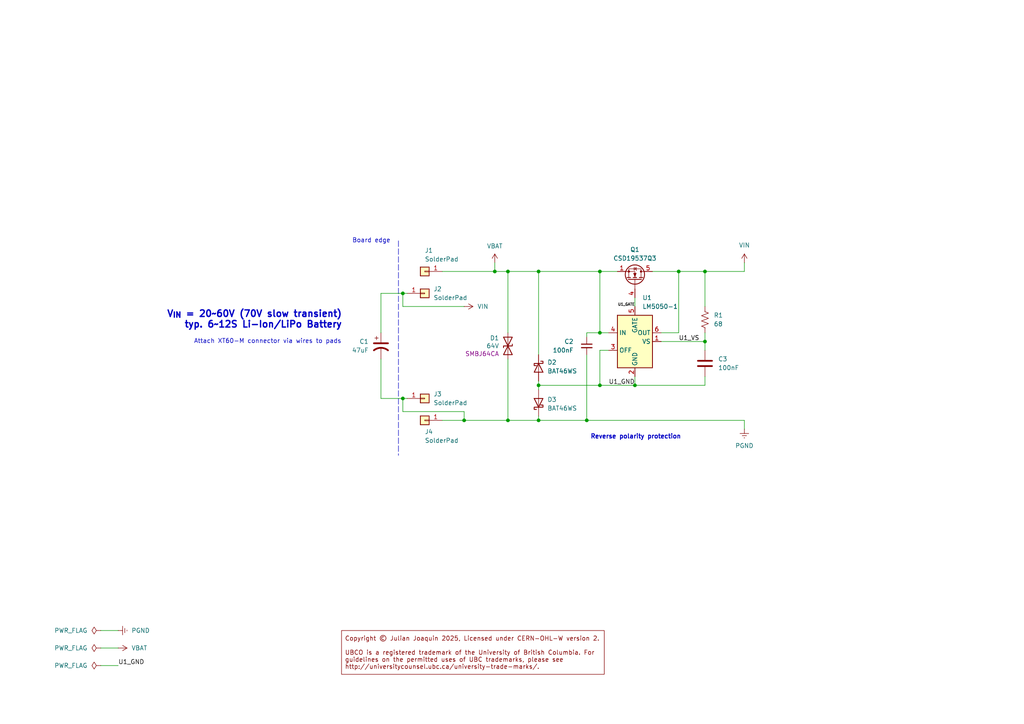
<source format=kicad_sch>
(kicad_sch (version 20250114) (generator "eeschema") (generator_version "9.0")
  (paper "A4")
  (title_block (title "Super Step Down V3") (date "2025-11-08") (rev "D") (company "UBCO Aerospace Club") (comment 1 "Author(s): Julian Joaquin") (comment 4 "A 12S battery eliminator circuit (BEC) for UAS applications."))
  (lib_symbols
    (symbol "Connector_Generic:Conn_01x01" (pin_names (offset 1.016) (hide yes))
      (property "Reference" "J" (at 0 2.54 0))
      (property "Value" "Conn_01x01" (at 0 -2.54 0))
      (symbol "Conn_01x01_1_1"
        (rectangle (start -1.27 1.27) (end 1.27 -1.27) (stroke (width 0.254)) (fill (type background)))
        (rectangle (start -1.27 0.127) (end 0 -0.127) (stroke (width 0.1524)))
        (pin passive line (at -5.08 0 0) (length 3.81) (name "Pin_1") (number "1"))
      )
    )
    (symbol "Device:C" (pin_numbers (hide yes)) (pin_names (offset 0.254))
      (property "Reference" "C" (at 0.635 2.54 0))
      (property "Value" "C" (at 0.635 -2.54 0))
      (symbol "C_0_1"
        (polyline (pts (xy -2.032 0.762) (xy 2.032 0.762)) (stroke (width 0.508)))
        (polyline (pts (xy -2.032 -0.762) (xy 2.032 -0.762)) (stroke (width 0.508)))
      )
      (symbol "C_1_1"
        (pin passive line (at 0 3.81 270) (length 2.794) (name "~") (number "1"))
        (pin passive line (at 0 -3.81 90) (length 2.794) (name "~") (number "2"))
      )
    )
    (symbol "Device:C_Polarized_US" (pin_numbers (hide yes)) (pin_names (offset 0.254) (hide yes))
      (property "Reference" "C" (at 0.635 2.54 0))
      (property "Value" "C_Polarized_US" (at 0.635 -2.54 0))
      (symbol "C_Polarized_US_0_1"
        (polyline (pts (xy -2.032 0.762) (xy 2.032 0.762)) (stroke (width 0.508)))
        (polyline (pts (xy -1.778 2.286) (xy -0.762 2.286)))
        (polyline (pts (xy -1.27 1.778) (xy -1.27 2.794)))
        (arc (start -2.032 -1.27) (mid 0 -0.5572) (end 2.032 -1.27) (stroke (width 0.508)))
      )
      (symbol "C_Polarized_US_1_1"
        (pin passive line (at 0 3.81 270) (length 2.794) (name "~") (number "1"))
        (pin passive line (at 0 -3.81 90) (length 3.302) (name "~") (number "2"))
      )
    )
    (symbol "Device:C_Small" (pin_numbers (hide yes)) (pin_names (offset 0.254) (hide yes))
      (property "Reference" "C" (at 0.254 1.778 0))
      (property "Value" "C_Small" (at 0.254 -2.032 0))
      (symbol "C_Small_0_1"
        (polyline (pts (xy -1.524 0.508) (xy 1.524 0.508)) (stroke (width 0.3048)))
        (polyline (pts (xy -1.524 -0.508) (xy 1.524 -0.508)) (stroke (width 0.3302)))
      )
      (symbol "C_Small_1_1"
        (pin passive line (at 0 2.54 270) (length 2.032) (name "~") (number "1"))
        (pin passive line (at 0 -2.54 90) (length 2.032) (name "~") (number "2"))
      )
    )
    (symbol "Device:D_Schottky" (pin_numbers (hide yes)) (pin_names (offset 1.016) (hide yes))
      (property "Reference" "D" (at 0 2.54 0))
      (property "Value" "D_Schottky" (at 0 -2.54 0))
      (symbol "D_Schottky_0_1"
        (polyline (pts (xy -1.905 0.635) (xy -1.905 1.27) (xy -1.27 1.27) (xy -1.27 -1.27) (xy -0.635 -1.27) (xy -0.635 -0.635)) (stroke (width 0.254)))
        (polyline (pts (xy 1.27 1.27) (xy 1.27 -1.27) (xy -1.27 0) (xy 1.27 1.27)) (stroke (width 0.254)))
        (polyline (pts (xy 1.27 0) (xy -1.27 0)))
      )
      (symbol "D_Schottky_1_1"
        (pin passive line (at -3.81 0 0) (length 2.54) (name "K") (number "1"))
        (pin passive line (at 3.81 0 180) (length 2.54) (name "A") (number "2"))
      )
    )
    (symbol "Device:D_TVS" (pin_numbers (hide yes)) (pin_names (offset 1.016) (hide yes))
      (property "Reference" "D" (at 0 2.54 0))
      (property "Value" "D_TVS" (at 0 -2.54 0))
      (symbol "D_TVS_0_1"
        (polyline (pts (xy -2.54 1.27) (xy -2.54 -1.27) (xy 2.54 1.27) (xy 2.54 -1.27) (xy -2.54 1.27)) (stroke (width 0.254)))
        (polyline (pts (xy 0.508 1.27) (xy 0 1.27) (xy 0 -1.27) (xy -0.508 -1.27)) (stroke (width 0.254)))
        (polyline (pts (xy 1.27 0) (xy -1.27 0)))
      )
      (symbol "D_TVS_1_1"
        (pin passive line (at -3.81 0 0) (length 2.54) (name "A1") (number "1"))
        (pin passive line (at 3.81 0 180) (length 2.54) (name "A2") (number "2"))
      )
    )
    (symbol "Device:R_US" (pin_numbers (hide yes)) (pin_names (offset 0))
      (property "Reference" "R" (at 2.54 0 90))
      (property "Value" "R_US" (at -2.54 0 90))
      (symbol "R_US_0_1"
        (polyline (pts (xy 0 2.286) (xy 0 2.54)))
        (polyline (pts (xy 0 2.286) (xy 1.016 1.905) (xy 0 1.524) (xy -1.016 1.143) (xy 0 0.762)))
        (polyline (pts (xy 0 0.762) (xy 1.016 0.381) (xy 0 0) (xy -1.016 -0.381) (xy 0 -0.762)))
        (polyline (pts (xy 0 -0.762) (xy 1.016 -1.143) (xy 0 -1.524) (xy -1.016 -1.905) (xy 0 -2.286)))
        (polyline (pts (xy 0 -2.286) (xy 0 -2.54)))
      )
      (symbol "R_US_1_1"
        (pin passive line (at 0 3.81 270) (length 1.27) (name "~") (number "1"))
        (pin passive line (at 0 -3.81 90) (length 1.27) (name "~") (number "2"))
      )
    )
    (symbol "Power_Management:LM5050-1"
      (property "Reference" "U" (at -5.08 8.89 0))
      (property "Value" "LM5050-1" (at 1.27 8.89 0))
      (symbol "LM5050-1_0_1"
        (rectangle (start -5.08 7.62) (end 5.08 -7.62) (stroke (width 0.254)) (fill (type background)))
      )
      (symbol "LM5050-1_1_1"
        (pin input line (at -7.62 2.54 0) (length 2.54) (name "IN") (number "4"))
        (pin input line (at -7.62 -2.54 0) (length 2.54) (name "OFF") (number "3"))
        (pin output line (at 0 10.16 270) (length 2.54) (name "GATE") (number "5"))
        (pin power_in line (at 0 -10.16 90) (length 2.54) (name "GND") (number "2"))
        (pin input line (at 7.62 2.54 180) (length 2.54) (name "OUT") (number "6"))
        (pin passive line (at 7.62 0 180) (length 2.54) (name "VS") (number "1"))
      )
    )
    (symbol "Transistor_FET:CSD19537Q3" (pin_names (hide yes))
      (property "Reference" "Q" (at 5.08 1.905 0))
      (property "Value" "CSD19537Q3" (at 5.08 0 0))
      (symbol "CSD19537Q3_0_1"
        (polyline (pts (xy 0.254 1.905) (xy 0.254 -1.905)) (stroke (width 0.254)))
        (polyline (pts (xy 0.254 0) (xy -2.54 0)))
        (polyline (pts (xy 0.762 2.286) (xy 0.762 1.27)) (stroke (width 0.254)))
        (polyline (pts (xy 0.762 0.508) (xy 0.762 -0.508)) (stroke (width 0.254)))
        (polyline (pts (xy 0.762 -1.27) (xy 0.762 -2.286)) (stroke (width 0.254)))
        (polyline (pts (xy 0.762 -1.778) (xy 3.302 -1.778) (xy 3.302 1.778) (xy 0.762 1.778)))
        (polyline (pts (xy 1.016 0) (xy 2.032 0.381) (xy 2.032 -0.381) (xy 1.016 0)) (fill (type outline)))
        (circle (center 1.651 0) (radius 2.794) (stroke (width 0.254)))
        (polyline (pts (xy 2.54 2.54) (xy 2.54 1.778)))
        (circle (center 2.54 1.778) (radius 0.254) (fill (type outline)))
        (circle (center 2.54 -1.778) (radius 0.254) (fill (type outline)))
        (polyline (pts (xy 2.54 -2.54) (xy 2.54 0) (xy 0.762 0)))
        (polyline (pts (xy 2.794 0.508) (xy 2.921 0.381) (xy 3.683 0.381) (xy 3.81 0.254)))
        (polyline (pts (xy 3.302 0.381) (xy 2.921 -0.254) (xy 3.683 -0.254) (xy 3.302 0.381)))
      )
      (symbol "CSD19537Q3_1_1"
        (pin passive line (at -5.08 0 0) (length 2.54) (name "G") (number "4"))
        (pin passive line (at 2.54 5.08 270) (length 2.54) (name "D") (number "5"))
        (pin passive line (at 2.54 -5.08 90) (length 2.54) (name "S") (number "1"))
        (pin passive line (at 2.54 -5.08 90) (length 2.54) (hide yes) (name "S") (number "2"))
        (pin passive line (at 2.54 -5.08 90) (length 2.54) (hide yes) (name "S") (number "3"))
      )
    )
    (symbol "power:Earth" (power) (pin_numbers (hide yes)) (pin_names (offset 0) (hide yes))
      (property "Value" "Earth" (at 0 -3.81 0))
      (symbol "Earth_0_1"
        (polyline (pts (xy -0.635 -1.905) (xy 0.635 -1.905)))
        (polyline (pts (xy -0.127 -2.54) (xy 0.127 -2.54)))
        (polyline (pts (xy 0 -1.27) (xy 0 0)))
        (polyline (pts (xy 1.27 -1.27) (xy -1.27 -1.27)))
      )
      (symbol "Earth_1_1"
        (pin power_in line (at 0 0 270) (length 0) (name "~") (number "1"))
      )
    )
    (symbol "power:PWR_FLAG" (power) (pin_numbers (hide yes)) (pin_names (offset 0) (hide yes))
      (property "Value" "PWR_FLAG" (at 0 3.81 0))
      (symbol "PWR_FLAG_0_0"
        (pin power_out line (at 0 0 90) (length 0) (name "~") (number "1"))
      )
      (symbol "PWR_FLAG_0_1"
        (polyline (pts (xy 0 0) (xy 0 1.27) (xy -1.016 1.905) (xy 0 2.54) (xy 1.016 1.905) (xy 0 1.27)))
      )
    )
    (symbol "power:VCC" (power) (pin_numbers (hide yes)) (pin_names (offset 0) (hide yes))
      (property "Value" "VCC" (at 0 3.556 0))
      (symbol "VCC_0_1"
        (polyline (pts (xy -0.762 1.27) (xy 0 2.54)))
        (polyline (pts (xy 0 2.54) (xy 0.762 1.27)))
        (polyline (pts (xy 0 0) (xy 0 2.54)))
      )
      (symbol "VCC_1_1"
        (pin power_in line (at 0 0 90) (length 0) (name "~") (number "1"))
      )
    )
    (symbol "power:VDD" (power) (pin_numbers (hide yes)) (pin_names (offset 0) (hide yes))
      (property "Value" "VDD" (at 0 3.556 0))
      (symbol "VDD_0_1"
        (polyline (pts (xy -0.762 1.27) (xy 0 2.54)))
        (polyline (pts (xy 0 2.54) (xy 0.762 1.27)))
        (polyline (pts (xy 0 0) (xy 0 2.54)))
      )
      (symbol "VDD_1_1"
        (pin power_in line (at 0 0 90) (length 0) (name "~") (number "1"))
      )
    )
    (symbol "power:VDDA" (power) (pin_numbers (hide yes)) (pin_names (offset 0) (hide yes))
      (property "Value" "VDDA" (at 0 3.556 0))
      (symbol "VDDA_0_1"
        (polyline (pts (xy -0.762 1.27) (xy 0 2.54)))
        (polyline (pts (xy 0 2.54) (xy 0.762 1.27)))
        (polyline (pts (xy 0 0) (xy 0 2.54)))
      )
      (symbol "VDDA_1_1"
        (pin power_in line (at 0 0 90) (length 0) (name "~") (number "1"))
      )
    )
  )
  (text "Reverse polarity protection" (at 184.404 126.746 0) (effects (font (size 1.27 1.27) (thickness 0.254) (bold yes))))
  (text "Board edge" (at 113.284 69.85 0) (effects (font (size 1.27 1.27)) (justify right)))
  (text "V_{IN} = 20~60V (70V slow transient)\ntyp. 6~12S Li-Ion/LiPo Battery" (at 99.314 92.71 0) (effects (font (size 1.905 1.905) (thickness 0.381) (bold yes)) (justify right)))
  (text "Attach XT60-M connector via wires to pads" (at 99.06 99.06 0) (effects (font (size 1.27 1.27)) (justify right)))
  (text_box "Copyright © Julian Joaquin 2025, Licensed under CERN-OHL-W version 2.\n\nUBCO is a registered trademark of the University of British Columbia. For guidelines on the permitted uses of UBC trademarks, please see http://universitycounsel.ubc.ca/university-trade-marks/." (at 99.06 182.88 0) (size 76.2 12.7) (margins 0.9525 0.9525 0.9525 0.9525) (stroke (width 0) (color 132 0 0 1)) (effects (font (size 1.27 1.27)) (justify left)))
  (junction (at 173.99 78.74))
  (junction (at 184.15 111.76))
  (junction (at 134.62 121.92))
  (junction (at 156.21 121.92))
  (junction (at 116.84 85.09))
  (junction (at 147.32 78.74))
  (junction (at 196.85 78.74))
  (junction (at 173.99 111.76))
  (junction (at 156.21 111.76))
  (junction (at 204.47 78.74))
  (junction (at 143.51 78.74))
  (junction (at 116.84 115.57))
  (junction (at 170.18 121.92))
  (junction (at 173.99 96.52))
  (junction (at 147.32 121.92))
  (junction (at 204.47 99.06))
  (junction (at 156.21 78.74))
  (polyline (pts (xy 115.57 69.85) (xy 115.57 132.08)) (stroke (width 0) (type dash)))
  (wire (pts (xy 116.84 119.38) (xy 134.62 119.38)))
  (wire (pts (xy 110.49 115.57) (xy 116.84 115.57)))
  (wire (pts (xy 204.47 109.22) (xy 204.47 111.76)))
  (wire (pts (xy 147.32 104.14) (xy 147.32 121.92)))
  (wire (pts (xy 134.62 121.92) (xy 128.27 121.92)))
  (wire (pts (xy 29.21 193.04) (xy 34.29 193.04)))
  (wire (pts (xy 116.84 115.57) (xy 118.11 115.57)))
  (wire (pts (xy 156.21 78.74) (xy 173.99 78.74)))
  (wire (pts (xy 176.53 101.6) (xy 173.99 101.6)))
  (wire (pts (xy 184.15 109.22) (xy 184.15 111.76)))
  (wire (pts (xy 29.21 182.88) (xy 34.29 182.88)))
  (wire (pts (xy 215.9 121.92) (xy 215.9 124.46)))
  (wire (pts (xy 134.62 119.38) (xy 134.62 121.92)))
  (wire (pts (xy 147.32 78.74) (xy 156.21 78.74)))
  (wire (pts (xy 147.32 78.74) (xy 147.32 96.52)))
  (wire (pts (xy 156.21 111.76) (xy 173.99 111.76)))
  (wire (pts (xy 173.99 101.6) (xy 173.99 111.76)))
  (wire (pts (xy 173.99 78.74) (xy 179.07 78.74)))
  (wire (pts (xy 184.15 111.76) (xy 204.47 111.76)))
  (wire (pts (xy 128.27 78.74) (xy 143.51 78.74)))
  (wire (pts (xy 110.49 104.14) (xy 110.49 115.57)))
  (wire (pts (xy 116.84 85.09) (xy 116.84 88.9)))
  (wire (pts (xy 156.21 120.65) (xy 156.21 121.92)))
  (wire (pts (xy 170.18 96.52) (xy 170.18 97.79)))
  (wire (pts (xy 184.15 111.76) (xy 173.99 111.76)))
  (wire (pts (xy 29.21 187.96) (xy 34.29 187.96)))
  (wire (pts (xy 189.23 78.74) (xy 196.85 78.74)))
  (wire (pts (xy 134.62 121.92) (xy 147.32 121.92)))
  (wire (pts (xy 110.49 85.09) (xy 110.49 96.52)))
  (wire (pts (xy 204.47 78.74) (xy 204.47 88.9)))
  (wire (pts (xy 156.21 111.76) (xy 156.21 113.03)))
  (wire (pts (xy 196.85 78.74) (xy 196.85 96.52)))
  (wire (pts (xy 116.84 88.9) (xy 134.62 88.9)))
  (wire (pts (xy 196.85 96.52) (xy 191.77 96.52)))
  (wire (pts (xy 204.47 99.06) (xy 204.47 96.52)))
  (wire (pts (xy 184.15 86.36) (xy 184.15 88.9)))
  (wire (pts (xy 196.85 78.74) (xy 204.47 78.74)))
  (wire (pts (xy 156.21 110.49) (xy 156.21 111.76)))
  (wire (pts (xy 156.21 78.74) (xy 156.21 102.87)))
  (wire (pts (xy 147.32 121.92) (xy 156.21 121.92)))
  (wire (pts (xy 191.77 99.06) (xy 204.47 99.06)))
  (wire (pts (xy 116.84 85.09) (xy 118.11 85.09)))
  (wire (pts (xy 110.49 85.09) (xy 116.84 85.09)))
  (wire (pts (xy 176.53 96.52) (xy 173.99 96.52)))
  (wire (pts (xy 173.99 96.52) (xy 170.18 96.52)))
  (wire (pts (xy 204.47 101.6) (xy 204.47 99.06)))
  (wire (pts (xy 147.32 78.74) (xy 143.51 78.74)))
  (wire (pts (xy 156.21 121.92) (xy 170.18 121.92)))
  (wire (pts (xy 116.84 115.57) (xy 116.84 119.38)))
  (wire (pts (xy 143.51 76.2) (xy 143.51 78.74)))
  (wire (pts (xy 170.18 102.87) (xy 170.18 121.92)))
  (wire (pts (xy 173.99 96.52) (xy 173.99 78.74)))
  (wire (pts (xy 204.47 78.74) (xy 215.9 78.74)))
  (wire (pts (xy 215.9 76.2) (xy 215.9 78.74)))
  (wire (pts (xy 170.18 121.92) (xy 215.9 121.92)))
  (label "U1_GND" (at 34.29 193.04 0))
  (label "U1_GATE" (at 184.15 88.9 180) (effects (font (size 0.762 0.762))))
  (label "U1_GND" (at 176.53 111.76 0))
  (label "U1_VS" (at 196.85 99.06 0))
  (symbol (lib_id "Connector_Generic:Conn_01x01") (at 123.19 78.74 0) (mirror y) (unit 1) (in_bom no)
    (property "Reference" "J1" (at 123.19 72.644 0) (effects (justify right)))
    (property "Value" "SolderPad" (at 123.19 75.184 0) (effects (justify right)))
    (property "Footprint" "Connector_Wire:SolderWirePad_1x01_SMD_3x6mm" (effects (hide yes)))
    (property "Description" "Generic connector, single row, 01x01, script generated (kicad-library-utils/schlib/autogen/connector/)" (effects (hide yes)))
  )
  (symbol (lib_id "power:VCC") (at 134.62 88.9 270) (unit 1)
    (property "Reference" "#PWR08" (effects (hide yes)))
    (property "Value" "VIN" (at 138.43 88.9 90) (effects (justify left)))
    (property "Description" "Power symbol creates a global label with name \"VCC\"" (effects (hide yes)))
  )
  (symbol (lib_id "Connector_Generic:Conn_01x01") (at 123.19 121.92 0) (mirror y) (unit 1) (in_bom no)
    (property "Reference" "J4" (at 123.19 125.222 0) (effects (justify right)))
    (property "Value" "SolderPad" (at 123.19 127.762 0) (effects (justify right)))
    (property "Footprint" "Connector_Wire:SolderWirePad_1x01_SMD_3x6mm" (effects (hide yes)))
    (property "Description" "Generic connector, single row, 01x01, script generated (kicad-library-utils/schlib/autogen/connector/)" (effects (hide yes)))
  )
  (symbol (lib_id "Device:D_Schottky") (at 156.21 106.68 270) (unit 1)
    (property "Reference" "D2" (at 158.75 105.0925 90) (effects (justify left)))
    (property "Value" "BAT46WS" (at 158.75 107.6325 90) (effects (justify left)))
    (property "Footprint" "Diode_SMD:D_SOD-323" (effects (hide yes)))
    (property "Description" "DIODE SCHOTTKY 100V SOD-323" (effects (hide yes)))
    (property "LCSC PN" "C7502692" (effects (hide yes)))
    (property "Manufacturer" "Zhuhai Hongjiacheng" (effects (hide yes)))
    (property "Part Number" "BAT46WS" (effects (hide yes)))
    (property "Part Type" "Preferred Extended" (effects (hide yes)))
    (property "FT Rotation Offset" "0" (effects (hide yes)))
  )
  (symbol (lib_id "power:Earth") (at 34.29 182.88 90) (unit 1)
    (property "Reference" "#PWR023" (effects (hide yes)))
    (property "Value" "PGND" (at 38.1 182.88 90) (effects (justify right)))
    (property "Description" "Power symbol creates a global label with name \"Earth\"" (effects (hide yes)))
  )
  (symbol (lib_id "Device:C") (at 204.47 105.41 0) (unit 1)
    (property "Reference" "C3" (at 208.28 104.14 0) (effects (justify left)))
    (property "Value" "100nF" (at 208.28 106.68 0) (effects (justify left)))
    (property "Footprint" "Capacitor_SMD:C_0603_1608Metric" (effects (hide yes)))
    (property "Datasheet" "https://www.yageogroup.com/products/Capacitors/part/CC0603KRX7R0BB104" (effects (hide yes)))
    (property "Description" "CAP CER 100nF 100V X7R 10% 0603" (effects (hide yes)))
    (property "LCSC PN" "C113803" (effects (hide yes)))
    (property "Part Type" "Extended" (effects (hide yes)))
    (property "FT Rotation Offset" "0" (effects (hide yes)))
    (property "Voltage" "100V" (effects (hide yes)))
    (property "Tolerance" "10%" (effects (hide yes)))
    (property "Part Number" "CC0603KRX7R0BB104" (effects (hide yes)))
    (property "Manufacturer" "YAGEO" (effects (hide yes)))
  )
  (symbol (lib_id "Power_Management:LM5050-1") (at 184.15 99.06 0) (unit 1)
    (property "Reference" "U1" (at 186.3134 86.36 0) (effects (justify left)))
    (property "Value" "LM5050-1" (at 186.3134 88.9 0) (effects (justify left)))
    (property "Footprint" "Package_TO_SOT_SMD:TSOT-23-6" (effects (hide yes)))
    (property "Datasheet" "http://www.ti.com/lit/ds/symlink/lm5050-1-q1.pdf" (effects (hide yes)))
    (property "Description" "IC HIGH SIDE FET controller TSOT-23-6" (effects (hide yes)))
    (property "LCSC PN" "C473393" (effects (hide yes)))
    (property "Manufacturer" "Texas Instruments" (effects (hide yes)))
    (property "Part Number" "LM5050-1" (effects (hide yes)))
    (property "Part Type" "Extended" (effects (hide yes)))
    (property "FT Rotation Offset" "90" (effects (hide yes)))
  )
  (symbol (lib_id "power:VDD") (at 143.51 76.2 0) (unit 1)
    (property "Reference" "#PWR09" (effects (hide yes)))
    (property "Value" "VBAT" (at 143.51 71.374 0))
    (property "Description" "Power symbol creates a global label with name \"VDD\"" (effects (hide yes)))
  )
  (symbol (lib_id "power:PWR_FLAG") (at 29.21 187.96 90) (unit 1)
    (property "Reference" "#FLG02" (effects (hide yes)))
    (property "Value" "PWR_FLAG" (at 25.4 187.96 90) (effects (justify left)))
    (property "Description" "Special symbol for telling ERC where power comes from" (effects (hide yes)))
  )
  (symbol (lib_id "Device:C_Polarized_US") (at 110.49 100.33 0) (unit 1) (in_bom no) (on_board no)
    (property "Reference" "C1" (at 106.934 99.06 0) (effects (justify right)))
    (property "Value" "47uF" (at 106.934 101.6 0) (effects (justify right)))
    (property "Description" "Polarized capacitor, US symbol" (effects (hide yes)))
    (property "LCSC PN" "C5113349" (effects (hide yes)))
    (property "Part Number" "ESH476M100AH9AA" (effects (hide yes)))
  )
  (symbol (lib_id "power:PWR_FLAG") (at 29.21 182.88 90) (unit 1)
    (property "Reference" "#FLG06" (effects (hide yes)))
    (property "Value" "PWR_FLAG" (at 25.4 182.88 90) (effects (justify left)))
    (property "Description" "Special symbol for telling ERC where power comes from" (effects (hide yes)))
  )
  (symbol (lib_id "Device:D_Schottky") (at 156.21 116.84 90) (unit 1)
    (property "Reference" "D3" (at 158.75 115.8875 90) (effects (justify right)))
    (property "Value" "BAT46WS" (at 158.75 118.4275 90) (effects (justify right)))
    (property "Footprint" "Diode_SMD:D_SOD-323" (effects (hide yes)))
    (property "Description" "DIODE SCHOTTKY 100V SOD-323" (effects (hide yes)))
    (property "LCSC PN" "C7502692" (effects (hide yes)))
    (property "Manufacturer" "Zhuhai Hongjiacheng" (effects (hide yes)))
    (property "Part Number" "BAT46WS" (effects (hide yes)))
    (property "Part Type" "Preferred Extended" (effects (hide yes)))
    (property "FT Rotation Offset" "0" (effects (hide yes)))
  )
  (symbol (lib_id "power:Earth") (at 215.9 124.46 0) (unit 1)
    (property "Reference" "#PWR014" (effects (hide yes)))
    (property "Value" "PGND" (at 215.9 129.286 0))
    (property "Description" "Power symbol creates a global label with name \"Earth\"" (effects (hide yes)))
  )
  (symbol (lib_id "Connector_Generic:Conn_01x01") (at 123.19 115.57 0) (unit 1) (in_bom no)
    (property "Reference" "J3" (at 125.73 114.3 0) (effects (justify left)))
    (property "Value" "SolderPad" (at 125.73 116.84 0) (effects (justify left)))
    (property "Footprint" "Connector_Wire:SolderWirePad_1x01_SMD_1.5x3mm" (effects (hide yes)))
    (property "Description" "Generic connector, single row, 01x01, script generated (kicad-library-utils/schlib/autogen/connector/)" (effects (hide yes)))
  )
  (symbol (lib_id "power:VDDA") (at 34.29 187.96 270) (unit 1)
    (property "Reference" "#PWR018" (effects (hide yes)))
    (property "Value" "VBAT" (at 38.1 187.96 90) (effects (justify left)))
    (property "Description" "Power symbol creates a global label with name \"VDDA\"" (effects (hide yes)))
  )
  (symbol (lib_id "power:PWR_FLAG") (at 29.21 193.04 90) (unit 1)
    (property "Reference" "#FLG08" (effects (hide yes)))
    (property "Value" "PWR_FLAG" (at 25.4 193.04 90) (effects (justify left)))
    (property "Description" "Special symbol for telling ERC where power comes from" (effects (hide yes)))
  )
  (symbol (lib_id "Device:R_US") (at 204.47 92.71 0) (unit 1)
    (property "Reference" "R1" (at 207.01 91.44 0) (effects (justify left)))
    (property "Value" "68" (at 207.01 93.98 0) (effects (justify left)))
    (property "Footprint" "Resistor_SMD:R_0603_1608Metric" (effects (hide yes)))
    (property "Description" "RES 68Ω 1% 75V 100mW 0603" (effects (hide yes)))
    (property "LCSC PN" "C27592" (effects (hide yes)))
    (property "Part Type" "Preferred Extended" (effects (hide yes)))
    (property "FT Rotation Offset" "0" (effects (hide yes)))
    (property "Power" "0.1W" (effects (hide yes)))
    (property "Voltage" "75V" (effects (hide yes)))
    (property "Tolerance" "1%" (effects (hide yes)))
    (property "Part Number" "0603WAF680JT5E" (effects (hide yes)))
    (property "Manufacturer" "UNI-ROYAL" (effects (hide yes)))
  )
  (symbol (lib_id "Device:C_Small") (at 170.18 100.33 0) (mirror y) (unit 1)
    (property "Reference" "C2" (at 166.37 99.06 0) (effects (justify left)))
    (property "Value" "100nF" (at 166.37 101.6 0) (effects (justify left)))
    (property "Footprint" "Capacitor_SMD:C_0603_1608Metric" (effects (hide yes)))
    (property "Datasheet" "https://www.yageogroup.com/products/Capacitors/part/CC0603KRX7R0BB104" (effects (hide yes)))
    (property "Description" "CAP CER 100nF 100V X7R 10% 0603" (effects (hide yes)))
    (property "LCSC PN" "C113803" (effects (hide yes)))
    (property "Part Type" "Extended" (effects (hide yes)))
    (property "FT Rotation Offset" "0" (effects (hide yes)))
    (property "Voltage" "100V" (effects (hide yes)))
    (property "Tolerance" "10%" (effects (hide yes)))
    (property "Part Number" "CC0603KRX7R0BB104" (effects (hide yes)))
    (property "Manufacturer" "YAGEO" (effects (hide yes)))
  )
  (symbol (lib_id "Transistor_FET:CSD19537Q3") (at 184.15 81.28 270) (mirror x) (unit 1)
    (property "Reference" "Q1" (at 184.15 72.39 90))
    (property "Value" "CSD19537Q3" (at 184.15 74.93 90))
    (property "Footprint" "Package_SON_JJ:Texas_DQG0008A_3.3x3.3mm_P0.65mm_ThermalVias-D0.3mm" (effects (hide yes)))
    (property "Datasheet" "http://www.ti.com/lit/ds/symlink/csd19537q3.pdf" (effects (hide yes)))
    (property "Description" "MOSFET N-CH 100V 53A VSON-8(3.3x3.3)" (effects (hide yes)))
    (property "LCSC PN" "C134143" (effects (hide yes)))
    (property "Manufacturer" "Texas Instruments" (effects (hide yes)))
    (property "Part Number" "CSD19537Q3T" (effects (hide yes)))
    (property "Part Type" "Extended" (effects (hide yes)))
    (property "FT Rotation Offset" "0" (effects (hide yes)))
  )
  (symbol (lib_id "Connector_Generic:Conn_01x01") (at 123.19 85.09 0) (unit 1) (in_bom no)
    (property "Reference" "J2" (at 125.73 83.82 0) (effects (justify left)))
    (property "Value" "SolderPad" (at 125.73 86.36 0) (effects (justify left)))
    (property "Footprint" "Connector_Wire:SolderWirePad_1x01_SMD_1.5x3mm" (effects (hide yes)))
    (property "Description" "Generic connector, single row, 01x01, script generated (kicad-library-utils/schlib/autogen/connector/)" (effects (hide yes)))
  )
  (symbol (lib_id "power:VCC") (at 215.9 76.2 0) (unit 1)
    (property "Reference" "#PWR013" (effects (hide yes)))
    (property "Value" "VIN" (at 215.9 71.12 0))
    (property "Description" "Power symbol creates a global label with name \"VCC\"" (effects (hide yes)))
  )
  (symbol (lib_id "Device:D_TVS") (at 147.32 100.33 90) (mirror x) (unit 1)
    (property "Reference" "D1" (at 144.78 98.044 90) (effects (justify left)))
    (property "Value" "64V" (at 144.78 100.33 90) (effects (justify left)))
    (property "Footprint" "Diode_SMD:D_SMB" (effects (hide yes)))
    (property "Datasheet" "https://jlcpcb.com/api/file/downloadByFileSystemAccessId/8564879160893476864" (effects (hide yes)))
    (property "Description" "DIODE TVS 64V 600W BI SMB" (effects (hide yes)))
    (property "Part Number" "SMBJ64CA" (at 144.78 102.616 90) (effects (justify left)))
    (property "FT Rotation Offset" "0" (effects (hide yes)))
    (property "LCSC PN" "C41376099" (effects (hide yes)))
    (property "Part Type" "Preferred Extended" (effects (hide yes)))
    (property "Voltage" "103V" (effects (hide yes)))
    (property "Power" "5000W" (effects (hide yes)))
    (property "Manufacturer" "Zhuhai Hongjiacheng" (effects (hide yes)))
  )
)
</source>
